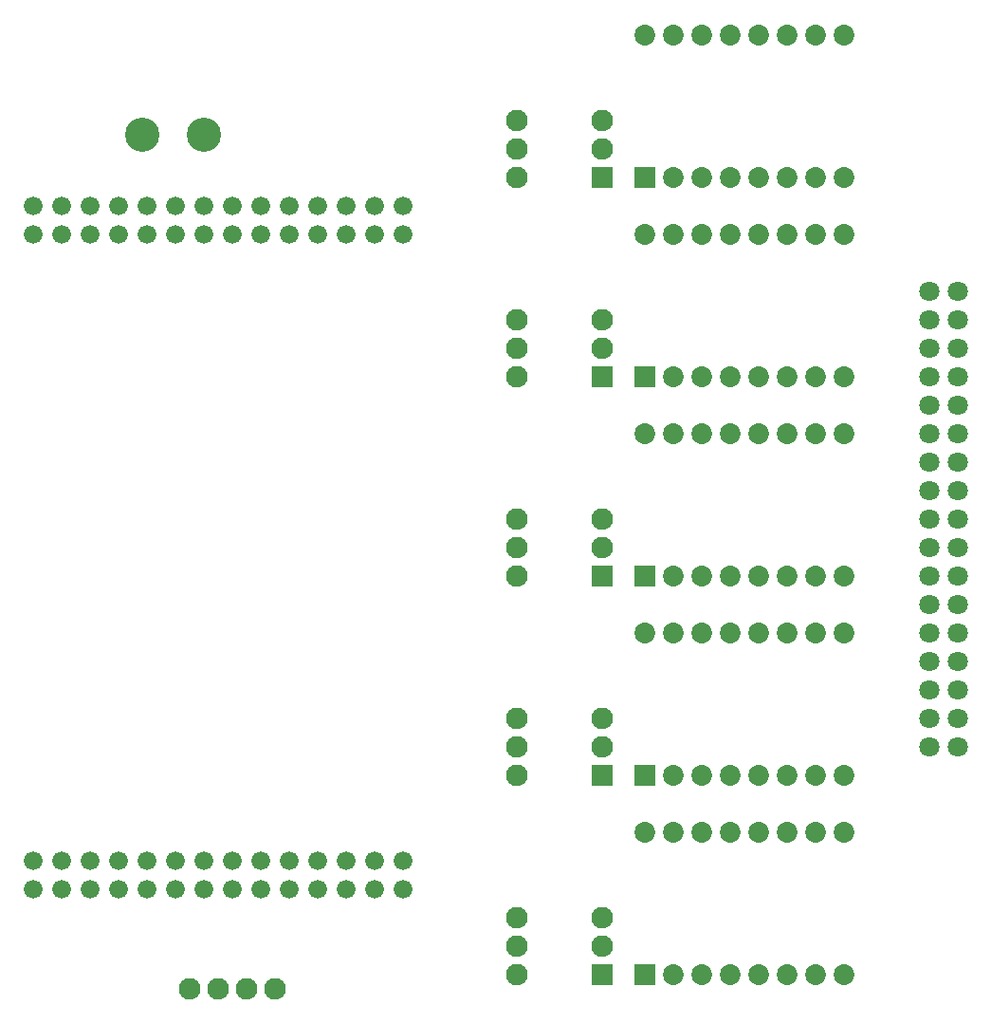
<source format=gbs>
*
*
G04 PADS 9.5 Build Number: 522968 generated Gerber (RS-274-X) file*
G04 PC Version=2.1*
*
%IN "Arm Board r1.pcb"*%
*
%MOIN*%
*
%FSLAX35Y35*%
*
*
*
*
G04 PC Standard Apertures*
*
*
G04 Thermal Relief Aperture macro.*
%AMTER*
1,1,$1,0,0*
1,0,$1-$2,0,0*
21,0,$3,$4,0,0,45*
21,0,$3,$4,0,0,135*
%
*
*
G04 Annular Aperture macro.*
%AMANN*
1,1,$1,0,0*
1,0,$2,0,0*
%
*
*
G04 Odd Aperture macro.*
%AMODD*
1,1,$1,0,0*
1,0,$1-0.005,0,0*
%
*
*
G04 PC Custom Aperture Macros*
*
*
*
*
*
*
G04 PC Aperture Table*
*
%ADD010C,0.001*%
%ADD043C,0.071*%
%ADD045C,0.066*%
%ADD046C,0.12017*%
%ADD051C,0.076*%
%ADD053R,0.076X0.076*%
%ADD054R,0.073X0.073*%
%ADD055C,0.073*%
*
*
*
*
G04 PC Circuitry*
G04 Layer Name Arm Board r1.pcb - circuitry*
%LPD*%
*
*
G04 PC Custom Flashes*
G04 Layer Name Arm Board r1.pcb - flashes*
%LPD*%
*
*
G04 PC Circuitry*
G04 Layer Name Arm Board r1.pcb - circuitry*
%LPD*%
*
G54D10*
G54D43*
G01X450000Y375000D03*
X460000D03*
X450000Y365000D03*
X460000D03*
X450000Y355000D03*
X460000D03*
X450000Y345000D03*
X460000D03*
X450000Y335000D03*
X460000D03*
X450000Y325000D03*
X460000D03*
X450000Y315000D03*
X460000D03*
X450000Y305000D03*
X460000D03*
X450000Y295000D03*
X460000D03*
X450000Y285000D03*
X460000D03*
X450000Y275000D03*
X460000D03*
X450000Y265000D03*
X460000D03*
X450000Y255000D03*
X460000D03*
X450000Y245000D03*
X460000D03*
X450000Y235000D03*
X460000D03*
X450000Y225000D03*
X460000D03*
X450000Y215000D03*
X460000D03*
G54D45*
X135000Y395000D03*
Y405000D03*
X145000Y395000D03*
Y405000D03*
X155000Y395000D03*
Y405000D03*
X165000Y395000D03*
Y405000D03*
X175000Y395000D03*
Y405000D03*
X185000Y395000D03*
Y405000D03*
X195000Y395000D03*
Y405000D03*
X205000Y395000D03*
Y405000D03*
X215000Y395000D03*
Y405000D03*
X225000Y395000D03*
Y405000D03*
X235000Y395000D03*
Y405000D03*
X245000Y395000D03*
Y405000D03*
X255000Y395000D03*
Y405000D03*
X265000Y395000D03*
Y405000D03*
X135000Y165000D03*
Y175000D03*
X145000Y165000D03*
Y175000D03*
X155000Y165000D03*
Y175000D03*
X165000Y165000D03*
Y175000D03*
X175000Y165000D03*
Y175000D03*
X185000Y165000D03*
Y175000D03*
X195000Y165000D03*
Y175000D03*
X205000Y165000D03*
Y175000D03*
X215000Y165000D03*
Y175000D03*
X225000Y165000D03*
Y175000D03*
X235000Y165000D03*
Y175000D03*
X245000Y165000D03*
Y175000D03*
X255000Y165000D03*
Y175000D03*
X265000Y165000D03*
Y175000D03*
G54D46*
X195000Y430000D03*
X173346D03*
G54D51*
X220000Y130000D03*
X210000D03*
X200000D03*
X190000D03*
X335000Y425000D03*
Y435000D03*
X305000D03*
Y425000D03*
Y415000D03*
X335000Y355000D03*
Y365000D03*
X305000D03*
Y355000D03*
Y345000D03*
X335000Y285000D03*
Y295000D03*
X305000D03*
Y285000D03*
Y275000D03*
X335000Y215000D03*
Y225000D03*
X305000D03*
Y215000D03*
Y205000D03*
X335000Y145000D03*
Y155000D03*
X305000D03*
Y145000D03*
Y135000D03*
G54D53*
X335000Y415000D03*
Y345000D03*
Y275000D03*
Y205000D03*
Y135000D03*
G54D54*
X350000Y415000D03*
Y345000D03*
Y275000D03*
Y205000D03*
Y135000D03*
G54D55*
X360000Y415000D03*
X370000D03*
X380000D03*
X390000D03*
X400000D03*
X410000D03*
X420000D03*
Y465000D03*
X410000D03*
X400000D03*
X390000D03*
X380000D03*
X370000D03*
X360000D03*
X350000D03*
X360000Y345000D03*
X370000D03*
X380000D03*
X390000D03*
X400000D03*
X410000D03*
X420000D03*
Y395000D03*
X410000D03*
X400000D03*
X390000D03*
X380000D03*
X370000D03*
X360000D03*
X350000D03*
X360000Y275000D03*
X370000D03*
X380000D03*
X390000D03*
X400000D03*
X410000D03*
X420000D03*
Y325000D03*
X410000D03*
X400000D03*
X390000D03*
X380000D03*
X370000D03*
X360000D03*
X350000D03*
X360000Y205000D03*
X370000D03*
X380000D03*
X390000D03*
X400000D03*
X410000D03*
X420000D03*
Y255000D03*
X410000D03*
X400000D03*
X390000D03*
X380000D03*
X370000D03*
X360000D03*
X350000D03*
X360000Y135000D03*
X370000D03*
X380000D03*
X390000D03*
X400000D03*
X410000D03*
X420000D03*
Y185000D03*
X410000D03*
X400000D03*
X390000D03*
X380000D03*
X370000D03*
X360000D03*
X350000D03*
X0Y0D02*
M02*

</source>
